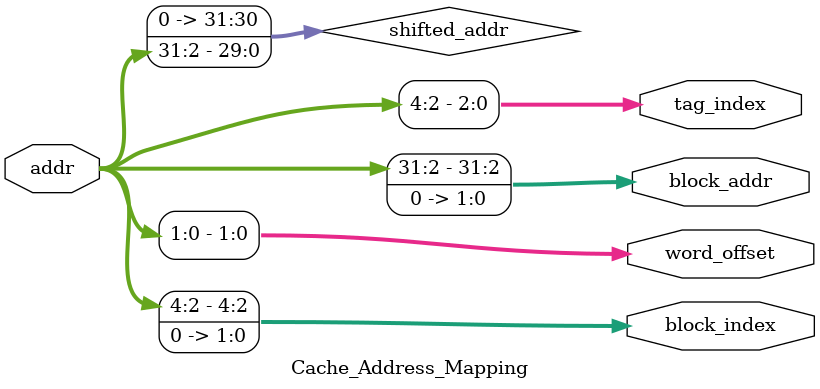
<source format=v>
`timescale 1ns / 1ps


module Cache_Address_Mapping
#(
    parameter ADDR_WIDTH = 32,            // Width of the address bus
              BLOCKS_NUM = 8              // Number of cache blocks
)(
    input  [ADDR_WIDTH - 1:0]             addr,           // Address input for cache operations
    
    output [$clog2(4 * BLOCKS_NUM) - 1:0] block_index,    // Index to select the cache block
    output [1:0]                          word_offset,    // Offset to select a word within a block
    output [ADDR_WIDTH - 1:0]             block_addr,     // Stores the address aligned to the block boundary
    output [$clog2(BLOCKS_NUM) - 1:0]     tag_index       // Index used to access cache tags
    );
    
    // Extract word offset (lower 2 bits) from the address
    assign word_offset = addr[1:0];
    
    wire [ADDR_WIDTH - 1:0] shifted_addr;        // Address after shifting by 2 to ignore word offset bits
    // Shift the address by 2 to remove the word offset and get the block address
    assign shifted_addr = addr >> 2;
    
    // Align the shifted address to block boundaries
    assign block_addr = {shifted_addr, 2'b00};   // Append 2'b00 to create block-aligned address
    
    // Select the cache block index by using a portion of the shifted address
    assign tag_index = shifted_addr[$clog2(BLOCKS_NUM) - 1:0];
    
    // Cache block index is tag_index shifted left by 2 to account for 4-word blocks
    assign block_index = tag_index << 2;
    
endmodule

</source>
